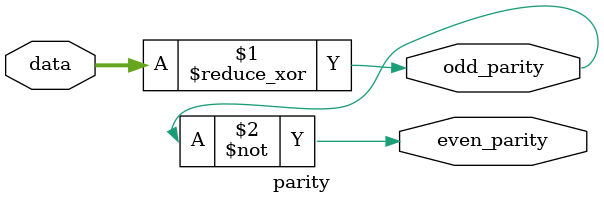
<source format=sv>
module parity(data,odd_parity,even_parity);

    input [7:0] data;
    output odd_parity;
    output even_parity;

    assign odd_parity  = ^data;
    assign even_parity = ~odd_parity;

endmodule
</source>
